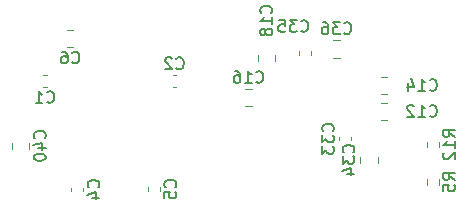
<source format=gbr>
%TF.GenerationSoftware,KiCad,Pcbnew,8.0.0*%
%TF.CreationDate,2024-03-06T15:24:16+01:00*%
%TF.ProjectId,EffectsPaddleBoard,45666665-6374-4735-9061-64646c65426f,rev?*%
%TF.SameCoordinates,Original*%
%TF.FileFunction,Legend,Bot*%
%TF.FilePolarity,Positive*%
%FSLAX46Y46*%
G04 Gerber Fmt 4.6, Leading zero omitted, Abs format (unit mm)*
G04 Created by KiCad (PCBNEW 8.0.0) date 2024-03-06 15:24:16*
%MOMM*%
%LPD*%
G01*
G04 APERTURE LIST*
%ADD10C,0.150000*%
%ADD11C,0.120000*%
G04 APERTURE END LIST*
D10*
X146939580Y-101457142D02*
X146987200Y-101409523D01*
X146987200Y-101409523D02*
X147034819Y-101266666D01*
X147034819Y-101266666D02*
X147034819Y-101171428D01*
X147034819Y-101171428D02*
X146987200Y-101028571D01*
X146987200Y-101028571D02*
X146891961Y-100933333D01*
X146891961Y-100933333D02*
X146796723Y-100885714D01*
X146796723Y-100885714D02*
X146606247Y-100838095D01*
X146606247Y-100838095D02*
X146463390Y-100838095D01*
X146463390Y-100838095D02*
X146272914Y-100885714D01*
X146272914Y-100885714D02*
X146177676Y-100933333D01*
X146177676Y-100933333D02*
X146082438Y-101028571D01*
X146082438Y-101028571D02*
X146034819Y-101171428D01*
X146034819Y-101171428D02*
X146034819Y-101266666D01*
X146034819Y-101266666D02*
X146082438Y-101409523D01*
X146082438Y-101409523D02*
X146130057Y-101457142D01*
X146368152Y-102314285D02*
X147034819Y-102314285D01*
X145987200Y-102076190D02*
X146701485Y-101838095D01*
X146701485Y-101838095D02*
X146701485Y-102457142D01*
X146034819Y-103028571D02*
X146034819Y-103123809D01*
X146034819Y-103123809D02*
X146082438Y-103219047D01*
X146082438Y-103219047D02*
X146130057Y-103266666D01*
X146130057Y-103266666D02*
X146225295Y-103314285D01*
X146225295Y-103314285D02*
X146415771Y-103361904D01*
X146415771Y-103361904D02*
X146653866Y-103361904D01*
X146653866Y-103361904D02*
X146844342Y-103314285D01*
X146844342Y-103314285D02*
X146939580Y-103266666D01*
X146939580Y-103266666D02*
X146987200Y-103219047D01*
X146987200Y-103219047D02*
X147034819Y-103123809D01*
X147034819Y-103123809D02*
X147034819Y-103028571D01*
X147034819Y-103028571D02*
X146987200Y-102933333D01*
X146987200Y-102933333D02*
X146939580Y-102885714D01*
X146939580Y-102885714D02*
X146844342Y-102838095D01*
X146844342Y-102838095D02*
X146653866Y-102790476D01*
X146653866Y-102790476D02*
X146415771Y-102790476D01*
X146415771Y-102790476D02*
X146225295Y-102838095D01*
X146225295Y-102838095D02*
X146130057Y-102885714D01*
X146130057Y-102885714D02*
X146082438Y-102933333D01*
X146082438Y-102933333D02*
X146034819Y-103028571D01*
X147141666Y-98389580D02*
X147189285Y-98437200D01*
X147189285Y-98437200D02*
X147332142Y-98484819D01*
X147332142Y-98484819D02*
X147427380Y-98484819D01*
X147427380Y-98484819D02*
X147570237Y-98437200D01*
X147570237Y-98437200D02*
X147665475Y-98341961D01*
X147665475Y-98341961D02*
X147713094Y-98246723D01*
X147713094Y-98246723D02*
X147760713Y-98056247D01*
X147760713Y-98056247D02*
X147760713Y-97913390D01*
X147760713Y-97913390D02*
X147713094Y-97722914D01*
X147713094Y-97722914D02*
X147665475Y-97627676D01*
X147665475Y-97627676D02*
X147570237Y-97532438D01*
X147570237Y-97532438D02*
X147427380Y-97484819D01*
X147427380Y-97484819D02*
X147332142Y-97484819D01*
X147332142Y-97484819D02*
X147189285Y-97532438D01*
X147189285Y-97532438D02*
X147141666Y-97580057D01*
X146189285Y-98484819D02*
X146760713Y-98484819D01*
X146474999Y-98484819D02*
X146474999Y-97484819D01*
X146474999Y-97484819D02*
X146570237Y-97627676D01*
X146570237Y-97627676D02*
X146665475Y-97722914D01*
X146665475Y-97722914D02*
X146760713Y-97770533D01*
X179542857Y-97359580D02*
X179590476Y-97407200D01*
X179590476Y-97407200D02*
X179733333Y-97454819D01*
X179733333Y-97454819D02*
X179828571Y-97454819D01*
X179828571Y-97454819D02*
X179971428Y-97407200D01*
X179971428Y-97407200D02*
X180066666Y-97311961D01*
X180066666Y-97311961D02*
X180114285Y-97216723D01*
X180114285Y-97216723D02*
X180161904Y-97026247D01*
X180161904Y-97026247D02*
X180161904Y-96883390D01*
X180161904Y-96883390D02*
X180114285Y-96692914D01*
X180114285Y-96692914D02*
X180066666Y-96597676D01*
X180066666Y-96597676D02*
X179971428Y-96502438D01*
X179971428Y-96502438D02*
X179828571Y-96454819D01*
X179828571Y-96454819D02*
X179733333Y-96454819D01*
X179733333Y-96454819D02*
X179590476Y-96502438D01*
X179590476Y-96502438D02*
X179542857Y-96550057D01*
X178590476Y-97454819D02*
X179161904Y-97454819D01*
X178876190Y-97454819D02*
X178876190Y-96454819D01*
X178876190Y-96454819D02*
X178971428Y-96597676D01*
X178971428Y-96597676D02*
X179066666Y-96692914D01*
X179066666Y-96692914D02*
X179161904Y-96740533D01*
X177733333Y-96788152D02*
X177733333Y-97454819D01*
X177971428Y-96407200D02*
X178209523Y-97121485D01*
X178209523Y-97121485D02*
X177590476Y-97121485D01*
X149266666Y-95039580D02*
X149314285Y-95087200D01*
X149314285Y-95087200D02*
X149457142Y-95134819D01*
X149457142Y-95134819D02*
X149552380Y-95134819D01*
X149552380Y-95134819D02*
X149695237Y-95087200D01*
X149695237Y-95087200D02*
X149790475Y-94991961D01*
X149790475Y-94991961D02*
X149838094Y-94896723D01*
X149838094Y-94896723D02*
X149885713Y-94706247D01*
X149885713Y-94706247D02*
X149885713Y-94563390D01*
X149885713Y-94563390D02*
X149838094Y-94372914D01*
X149838094Y-94372914D02*
X149790475Y-94277676D01*
X149790475Y-94277676D02*
X149695237Y-94182438D01*
X149695237Y-94182438D02*
X149552380Y-94134819D01*
X149552380Y-94134819D02*
X149457142Y-94134819D01*
X149457142Y-94134819D02*
X149314285Y-94182438D01*
X149314285Y-94182438D02*
X149266666Y-94230057D01*
X148409523Y-94134819D02*
X148599999Y-94134819D01*
X148599999Y-94134819D02*
X148695237Y-94182438D01*
X148695237Y-94182438D02*
X148742856Y-94230057D01*
X148742856Y-94230057D02*
X148838094Y-94372914D01*
X148838094Y-94372914D02*
X148885713Y-94563390D01*
X148885713Y-94563390D02*
X148885713Y-94944342D01*
X148885713Y-94944342D02*
X148838094Y-95039580D01*
X148838094Y-95039580D02*
X148790475Y-95087200D01*
X148790475Y-95087200D02*
X148695237Y-95134819D01*
X148695237Y-95134819D02*
X148504761Y-95134819D01*
X148504761Y-95134819D02*
X148409523Y-95087200D01*
X148409523Y-95087200D02*
X148361904Y-95039580D01*
X148361904Y-95039580D02*
X148314285Y-94944342D01*
X148314285Y-94944342D02*
X148314285Y-94706247D01*
X148314285Y-94706247D02*
X148361904Y-94611009D01*
X148361904Y-94611009D02*
X148409523Y-94563390D01*
X148409523Y-94563390D02*
X148504761Y-94515771D01*
X148504761Y-94515771D02*
X148695237Y-94515771D01*
X148695237Y-94515771D02*
X148790475Y-94563390D01*
X148790475Y-94563390D02*
X148838094Y-94611009D01*
X148838094Y-94611009D02*
X148885713Y-94706247D01*
X164842857Y-96679580D02*
X164890476Y-96727200D01*
X164890476Y-96727200D02*
X165033333Y-96774819D01*
X165033333Y-96774819D02*
X165128571Y-96774819D01*
X165128571Y-96774819D02*
X165271428Y-96727200D01*
X165271428Y-96727200D02*
X165366666Y-96631961D01*
X165366666Y-96631961D02*
X165414285Y-96536723D01*
X165414285Y-96536723D02*
X165461904Y-96346247D01*
X165461904Y-96346247D02*
X165461904Y-96203390D01*
X165461904Y-96203390D02*
X165414285Y-96012914D01*
X165414285Y-96012914D02*
X165366666Y-95917676D01*
X165366666Y-95917676D02*
X165271428Y-95822438D01*
X165271428Y-95822438D02*
X165128571Y-95774819D01*
X165128571Y-95774819D02*
X165033333Y-95774819D01*
X165033333Y-95774819D02*
X164890476Y-95822438D01*
X164890476Y-95822438D02*
X164842857Y-95870057D01*
X163890476Y-96774819D02*
X164461904Y-96774819D01*
X164176190Y-96774819D02*
X164176190Y-95774819D01*
X164176190Y-95774819D02*
X164271428Y-95917676D01*
X164271428Y-95917676D02*
X164366666Y-96012914D01*
X164366666Y-96012914D02*
X164461904Y-96060533D01*
X163033333Y-95774819D02*
X163223809Y-95774819D01*
X163223809Y-95774819D02*
X163319047Y-95822438D01*
X163319047Y-95822438D02*
X163366666Y-95870057D01*
X163366666Y-95870057D02*
X163461904Y-96012914D01*
X163461904Y-96012914D02*
X163509523Y-96203390D01*
X163509523Y-96203390D02*
X163509523Y-96584342D01*
X163509523Y-96584342D02*
X163461904Y-96679580D01*
X163461904Y-96679580D02*
X163414285Y-96727200D01*
X163414285Y-96727200D02*
X163319047Y-96774819D01*
X163319047Y-96774819D02*
X163128571Y-96774819D01*
X163128571Y-96774819D02*
X163033333Y-96727200D01*
X163033333Y-96727200D02*
X162985714Y-96679580D01*
X162985714Y-96679580D02*
X162938095Y-96584342D01*
X162938095Y-96584342D02*
X162938095Y-96346247D01*
X162938095Y-96346247D02*
X162985714Y-96251009D01*
X162985714Y-96251009D02*
X163033333Y-96203390D01*
X163033333Y-96203390D02*
X163128571Y-96155771D01*
X163128571Y-96155771D02*
X163319047Y-96155771D01*
X163319047Y-96155771D02*
X163414285Y-96203390D01*
X163414285Y-96203390D02*
X163461904Y-96251009D01*
X163461904Y-96251009D02*
X163509523Y-96346247D01*
X157989580Y-105608333D02*
X158037200Y-105560714D01*
X158037200Y-105560714D02*
X158084819Y-105417857D01*
X158084819Y-105417857D02*
X158084819Y-105322619D01*
X158084819Y-105322619D02*
X158037200Y-105179762D01*
X158037200Y-105179762D02*
X157941961Y-105084524D01*
X157941961Y-105084524D02*
X157846723Y-105036905D01*
X157846723Y-105036905D02*
X157656247Y-104989286D01*
X157656247Y-104989286D02*
X157513390Y-104989286D01*
X157513390Y-104989286D02*
X157322914Y-105036905D01*
X157322914Y-105036905D02*
X157227676Y-105084524D01*
X157227676Y-105084524D02*
X157132438Y-105179762D01*
X157132438Y-105179762D02*
X157084819Y-105322619D01*
X157084819Y-105322619D02*
X157084819Y-105417857D01*
X157084819Y-105417857D02*
X157132438Y-105560714D01*
X157132438Y-105560714D02*
X157180057Y-105608333D01*
X157084819Y-106513095D02*
X157084819Y-106036905D01*
X157084819Y-106036905D02*
X157561009Y-105989286D01*
X157561009Y-105989286D02*
X157513390Y-106036905D01*
X157513390Y-106036905D02*
X157465771Y-106132143D01*
X157465771Y-106132143D02*
X157465771Y-106370238D01*
X157465771Y-106370238D02*
X157513390Y-106465476D01*
X157513390Y-106465476D02*
X157561009Y-106513095D01*
X157561009Y-106513095D02*
X157656247Y-106560714D01*
X157656247Y-106560714D02*
X157894342Y-106560714D01*
X157894342Y-106560714D02*
X157989580Y-106513095D01*
X157989580Y-106513095D02*
X158037200Y-106465476D01*
X158037200Y-106465476D02*
X158084819Y-106370238D01*
X158084819Y-106370238D02*
X158084819Y-106132143D01*
X158084819Y-106132143D02*
X158037200Y-106036905D01*
X158037200Y-106036905D02*
X157989580Y-105989286D01*
X173079580Y-102657142D02*
X173127200Y-102609523D01*
X173127200Y-102609523D02*
X173174819Y-102466666D01*
X173174819Y-102466666D02*
X173174819Y-102371428D01*
X173174819Y-102371428D02*
X173127200Y-102228571D01*
X173127200Y-102228571D02*
X173031961Y-102133333D01*
X173031961Y-102133333D02*
X172936723Y-102085714D01*
X172936723Y-102085714D02*
X172746247Y-102038095D01*
X172746247Y-102038095D02*
X172603390Y-102038095D01*
X172603390Y-102038095D02*
X172412914Y-102085714D01*
X172412914Y-102085714D02*
X172317676Y-102133333D01*
X172317676Y-102133333D02*
X172222438Y-102228571D01*
X172222438Y-102228571D02*
X172174819Y-102371428D01*
X172174819Y-102371428D02*
X172174819Y-102466666D01*
X172174819Y-102466666D02*
X172222438Y-102609523D01*
X172222438Y-102609523D02*
X172270057Y-102657142D01*
X172174819Y-102990476D02*
X172174819Y-103609523D01*
X172174819Y-103609523D02*
X172555771Y-103276190D01*
X172555771Y-103276190D02*
X172555771Y-103419047D01*
X172555771Y-103419047D02*
X172603390Y-103514285D01*
X172603390Y-103514285D02*
X172651009Y-103561904D01*
X172651009Y-103561904D02*
X172746247Y-103609523D01*
X172746247Y-103609523D02*
X172984342Y-103609523D01*
X172984342Y-103609523D02*
X173079580Y-103561904D01*
X173079580Y-103561904D02*
X173127200Y-103514285D01*
X173127200Y-103514285D02*
X173174819Y-103419047D01*
X173174819Y-103419047D02*
X173174819Y-103133333D01*
X173174819Y-103133333D02*
X173127200Y-103038095D01*
X173127200Y-103038095D02*
X173079580Y-102990476D01*
X172508152Y-104466666D02*
X173174819Y-104466666D01*
X172127200Y-104228571D02*
X172841485Y-103990476D01*
X172841485Y-103990476D02*
X172841485Y-104609523D01*
X172292857Y-92559580D02*
X172340476Y-92607200D01*
X172340476Y-92607200D02*
X172483333Y-92654819D01*
X172483333Y-92654819D02*
X172578571Y-92654819D01*
X172578571Y-92654819D02*
X172721428Y-92607200D01*
X172721428Y-92607200D02*
X172816666Y-92511961D01*
X172816666Y-92511961D02*
X172864285Y-92416723D01*
X172864285Y-92416723D02*
X172911904Y-92226247D01*
X172911904Y-92226247D02*
X172911904Y-92083390D01*
X172911904Y-92083390D02*
X172864285Y-91892914D01*
X172864285Y-91892914D02*
X172816666Y-91797676D01*
X172816666Y-91797676D02*
X172721428Y-91702438D01*
X172721428Y-91702438D02*
X172578571Y-91654819D01*
X172578571Y-91654819D02*
X172483333Y-91654819D01*
X172483333Y-91654819D02*
X172340476Y-91702438D01*
X172340476Y-91702438D02*
X172292857Y-91750057D01*
X171959523Y-91654819D02*
X171340476Y-91654819D01*
X171340476Y-91654819D02*
X171673809Y-92035771D01*
X171673809Y-92035771D02*
X171530952Y-92035771D01*
X171530952Y-92035771D02*
X171435714Y-92083390D01*
X171435714Y-92083390D02*
X171388095Y-92131009D01*
X171388095Y-92131009D02*
X171340476Y-92226247D01*
X171340476Y-92226247D02*
X171340476Y-92464342D01*
X171340476Y-92464342D02*
X171388095Y-92559580D01*
X171388095Y-92559580D02*
X171435714Y-92607200D01*
X171435714Y-92607200D02*
X171530952Y-92654819D01*
X171530952Y-92654819D02*
X171816666Y-92654819D01*
X171816666Y-92654819D02*
X171911904Y-92607200D01*
X171911904Y-92607200D02*
X171959523Y-92559580D01*
X170483333Y-91654819D02*
X170673809Y-91654819D01*
X170673809Y-91654819D02*
X170769047Y-91702438D01*
X170769047Y-91702438D02*
X170816666Y-91750057D01*
X170816666Y-91750057D02*
X170911904Y-91892914D01*
X170911904Y-91892914D02*
X170959523Y-92083390D01*
X170959523Y-92083390D02*
X170959523Y-92464342D01*
X170959523Y-92464342D02*
X170911904Y-92559580D01*
X170911904Y-92559580D02*
X170864285Y-92607200D01*
X170864285Y-92607200D02*
X170769047Y-92654819D01*
X170769047Y-92654819D02*
X170578571Y-92654819D01*
X170578571Y-92654819D02*
X170483333Y-92607200D01*
X170483333Y-92607200D02*
X170435714Y-92559580D01*
X170435714Y-92559580D02*
X170388095Y-92464342D01*
X170388095Y-92464342D02*
X170388095Y-92226247D01*
X170388095Y-92226247D02*
X170435714Y-92131009D01*
X170435714Y-92131009D02*
X170483333Y-92083390D01*
X170483333Y-92083390D02*
X170578571Y-92035771D01*
X170578571Y-92035771D02*
X170769047Y-92035771D01*
X170769047Y-92035771D02*
X170864285Y-92083390D01*
X170864285Y-92083390D02*
X170911904Y-92131009D01*
X170911904Y-92131009D02*
X170959523Y-92226247D01*
X166109580Y-90857142D02*
X166157200Y-90809523D01*
X166157200Y-90809523D02*
X166204819Y-90666666D01*
X166204819Y-90666666D02*
X166204819Y-90571428D01*
X166204819Y-90571428D02*
X166157200Y-90428571D01*
X166157200Y-90428571D02*
X166061961Y-90333333D01*
X166061961Y-90333333D02*
X165966723Y-90285714D01*
X165966723Y-90285714D02*
X165776247Y-90238095D01*
X165776247Y-90238095D02*
X165633390Y-90238095D01*
X165633390Y-90238095D02*
X165442914Y-90285714D01*
X165442914Y-90285714D02*
X165347676Y-90333333D01*
X165347676Y-90333333D02*
X165252438Y-90428571D01*
X165252438Y-90428571D02*
X165204819Y-90571428D01*
X165204819Y-90571428D02*
X165204819Y-90666666D01*
X165204819Y-90666666D02*
X165252438Y-90809523D01*
X165252438Y-90809523D02*
X165300057Y-90857142D01*
X166204819Y-91809523D02*
X166204819Y-91238095D01*
X166204819Y-91523809D02*
X165204819Y-91523809D01*
X165204819Y-91523809D02*
X165347676Y-91428571D01*
X165347676Y-91428571D02*
X165442914Y-91333333D01*
X165442914Y-91333333D02*
X165490533Y-91238095D01*
X165633390Y-92380952D02*
X165585771Y-92285714D01*
X165585771Y-92285714D02*
X165538152Y-92238095D01*
X165538152Y-92238095D02*
X165442914Y-92190476D01*
X165442914Y-92190476D02*
X165395295Y-92190476D01*
X165395295Y-92190476D02*
X165300057Y-92238095D01*
X165300057Y-92238095D02*
X165252438Y-92285714D01*
X165252438Y-92285714D02*
X165204819Y-92380952D01*
X165204819Y-92380952D02*
X165204819Y-92571428D01*
X165204819Y-92571428D02*
X165252438Y-92666666D01*
X165252438Y-92666666D02*
X165300057Y-92714285D01*
X165300057Y-92714285D02*
X165395295Y-92761904D01*
X165395295Y-92761904D02*
X165442914Y-92761904D01*
X165442914Y-92761904D02*
X165538152Y-92714285D01*
X165538152Y-92714285D02*
X165585771Y-92666666D01*
X165585771Y-92666666D02*
X165633390Y-92571428D01*
X165633390Y-92571428D02*
X165633390Y-92380952D01*
X165633390Y-92380952D02*
X165681009Y-92285714D01*
X165681009Y-92285714D02*
X165728628Y-92238095D01*
X165728628Y-92238095D02*
X165823866Y-92190476D01*
X165823866Y-92190476D02*
X166014342Y-92190476D01*
X166014342Y-92190476D02*
X166109580Y-92238095D01*
X166109580Y-92238095D02*
X166157200Y-92285714D01*
X166157200Y-92285714D02*
X166204819Y-92380952D01*
X166204819Y-92380952D02*
X166204819Y-92571428D01*
X166204819Y-92571428D02*
X166157200Y-92666666D01*
X166157200Y-92666666D02*
X166109580Y-92714285D01*
X166109580Y-92714285D02*
X166014342Y-92761904D01*
X166014342Y-92761904D02*
X165823866Y-92761904D01*
X165823866Y-92761904D02*
X165728628Y-92714285D01*
X165728628Y-92714285D02*
X165681009Y-92666666D01*
X165681009Y-92666666D02*
X165633390Y-92571428D01*
X151489580Y-105633333D02*
X151537200Y-105585714D01*
X151537200Y-105585714D02*
X151584819Y-105442857D01*
X151584819Y-105442857D02*
X151584819Y-105347619D01*
X151584819Y-105347619D02*
X151537200Y-105204762D01*
X151537200Y-105204762D02*
X151441961Y-105109524D01*
X151441961Y-105109524D02*
X151346723Y-105061905D01*
X151346723Y-105061905D02*
X151156247Y-105014286D01*
X151156247Y-105014286D02*
X151013390Y-105014286D01*
X151013390Y-105014286D02*
X150822914Y-105061905D01*
X150822914Y-105061905D02*
X150727676Y-105109524D01*
X150727676Y-105109524D02*
X150632438Y-105204762D01*
X150632438Y-105204762D02*
X150584819Y-105347619D01*
X150584819Y-105347619D02*
X150584819Y-105442857D01*
X150584819Y-105442857D02*
X150632438Y-105585714D01*
X150632438Y-105585714D02*
X150680057Y-105633333D01*
X150918152Y-106490476D02*
X151584819Y-106490476D01*
X150537200Y-106252381D02*
X151251485Y-106014286D01*
X151251485Y-106014286D02*
X151251485Y-106633333D01*
X171329580Y-100877142D02*
X171377200Y-100829523D01*
X171377200Y-100829523D02*
X171424819Y-100686666D01*
X171424819Y-100686666D02*
X171424819Y-100591428D01*
X171424819Y-100591428D02*
X171377200Y-100448571D01*
X171377200Y-100448571D02*
X171281961Y-100353333D01*
X171281961Y-100353333D02*
X171186723Y-100305714D01*
X171186723Y-100305714D02*
X170996247Y-100258095D01*
X170996247Y-100258095D02*
X170853390Y-100258095D01*
X170853390Y-100258095D02*
X170662914Y-100305714D01*
X170662914Y-100305714D02*
X170567676Y-100353333D01*
X170567676Y-100353333D02*
X170472438Y-100448571D01*
X170472438Y-100448571D02*
X170424819Y-100591428D01*
X170424819Y-100591428D02*
X170424819Y-100686666D01*
X170424819Y-100686666D02*
X170472438Y-100829523D01*
X170472438Y-100829523D02*
X170520057Y-100877142D01*
X170424819Y-101210476D02*
X170424819Y-101829523D01*
X170424819Y-101829523D02*
X170805771Y-101496190D01*
X170805771Y-101496190D02*
X170805771Y-101639047D01*
X170805771Y-101639047D02*
X170853390Y-101734285D01*
X170853390Y-101734285D02*
X170901009Y-101781904D01*
X170901009Y-101781904D02*
X170996247Y-101829523D01*
X170996247Y-101829523D02*
X171234342Y-101829523D01*
X171234342Y-101829523D02*
X171329580Y-101781904D01*
X171329580Y-101781904D02*
X171377200Y-101734285D01*
X171377200Y-101734285D02*
X171424819Y-101639047D01*
X171424819Y-101639047D02*
X171424819Y-101353333D01*
X171424819Y-101353333D02*
X171377200Y-101258095D01*
X171377200Y-101258095D02*
X171329580Y-101210476D01*
X170424819Y-102162857D02*
X170424819Y-102781904D01*
X170424819Y-102781904D02*
X170805771Y-102448571D01*
X170805771Y-102448571D02*
X170805771Y-102591428D01*
X170805771Y-102591428D02*
X170853390Y-102686666D01*
X170853390Y-102686666D02*
X170901009Y-102734285D01*
X170901009Y-102734285D02*
X170996247Y-102781904D01*
X170996247Y-102781904D02*
X171234342Y-102781904D01*
X171234342Y-102781904D02*
X171329580Y-102734285D01*
X171329580Y-102734285D02*
X171377200Y-102686666D01*
X171377200Y-102686666D02*
X171424819Y-102591428D01*
X171424819Y-102591428D02*
X171424819Y-102305714D01*
X171424819Y-102305714D02*
X171377200Y-102210476D01*
X171377200Y-102210476D02*
X171329580Y-102162857D01*
X168642857Y-92359580D02*
X168690476Y-92407200D01*
X168690476Y-92407200D02*
X168833333Y-92454819D01*
X168833333Y-92454819D02*
X168928571Y-92454819D01*
X168928571Y-92454819D02*
X169071428Y-92407200D01*
X169071428Y-92407200D02*
X169166666Y-92311961D01*
X169166666Y-92311961D02*
X169214285Y-92216723D01*
X169214285Y-92216723D02*
X169261904Y-92026247D01*
X169261904Y-92026247D02*
X169261904Y-91883390D01*
X169261904Y-91883390D02*
X169214285Y-91692914D01*
X169214285Y-91692914D02*
X169166666Y-91597676D01*
X169166666Y-91597676D02*
X169071428Y-91502438D01*
X169071428Y-91502438D02*
X168928571Y-91454819D01*
X168928571Y-91454819D02*
X168833333Y-91454819D01*
X168833333Y-91454819D02*
X168690476Y-91502438D01*
X168690476Y-91502438D02*
X168642857Y-91550057D01*
X168309523Y-91454819D02*
X167690476Y-91454819D01*
X167690476Y-91454819D02*
X168023809Y-91835771D01*
X168023809Y-91835771D02*
X167880952Y-91835771D01*
X167880952Y-91835771D02*
X167785714Y-91883390D01*
X167785714Y-91883390D02*
X167738095Y-91931009D01*
X167738095Y-91931009D02*
X167690476Y-92026247D01*
X167690476Y-92026247D02*
X167690476Y-92264342D01*
X167690476Y-92264342D02*
X167738095Y-92359580D01*
X167738095Y-92359580D02*
X167785714Y-92407200D01*
X167785714Y-92407200D02*
X167880952Y-92454819D01*
X167880952Y-92454819D02*
X168166666Y-92454819D01*
X168166666Y-92454819D02*
X168261904Y-92407200D01*
X168261904Y-92407200D02*
X168309523Y-92359580D01*
X166785714Y-91454819D02*
X167261904Y-91454819D01*
X167261904Y-91454819D02*
X167309523Y-91931009D01*
X167309523Y-91931009D02*
X167261904Y-91883390D01*
X167261904Y-91883390D02*
X167166666Y-91835771D01*
X167166666Y-91835771D02*
X166928571Y-91835771D01*
X166928571Y-91835771D02*
X166833333Y-91883390D01*
X166833333Y-91883390D02*
X166785714Y-91931009D01*
X166785714Y-91931009D02*
X166738095Y-92026247D01*
X166738095Y-92026247D02*
X166738095Y-92264342D01*
X166738095Y-92264342D02*
X166785714Y-92359580D01*
X166785714Y-92359580D02*
X166833333Y-92407200D01*
X166833333Y-92407200D02*
X166928571Y-92454819D01*
X166928571Y-92454819D02*
X167166666Y-92454819D01*
X167166666Y-92454819D02*
X167261904Y-92407200D01*
X167261904Y-92407200D02*
X167309523Y-92359580D01*
X158091666Y-95529580D02*
X158139285Y-95577200D01*
X158139285Y-95577200D02*
X158282142Y-95624819D01*
X158282142Y-95624819D02*
X158377380Y-95624819D01*
X158377380Y-95624819D02*
X158520237Y-95577200D01*
X158520237Y-95577200D02*
X158615475Y-95481961D01*
X158615475Y-95481961D02*
X158663094Y-95386723D01*
X158663094Y-95386723D02*
X158710713Y-95196247D01*
X158710713Y-95196247D02*
X158710713Y-95053390D01*
X158710713Y-95053390D02*
X158663094Y-94862914D01*
X158663094Y-94862914D02*
X158615475Y-94767676D01*
X158615475Y-94767676D02*
X158520237Y-94672438D01*
X158520237Y-94672438D02*
X158377380Y-94624819D01*
X158377380Y-94624819D02*
X158282142Y-94624819D01*
X158282142Y-94624819D02*
X158139285Y-94672438D01*
X158139285Y-94672438D02*
X158091666Y-94720057D01*
X157710713Y-94720057D02*
X157663094Y-94672438D01*
X157663094Y-94672438D02*
X157567856Y-94624819D01*
X157567856Y-94624819D02*
X157329761Y-94624819D01*
X157329761Y-94624819D02*
X157234523Y-94672438D01*
X157234523Y-94672438D02*
X157186904Y-94720057D01*
X157186904Y-94720057D02*
X157139285Y-94815295D01*
X157139285Y-94815295D02*
X157139285Y-94910533D01*
X157139285Y-94910533D02*
X157186904Y-95053390D01*
X157186904Y-95053390D02*
X157758332Y-95624819D01*
X157758332Y-95624819D02*
X157139285Y-95624819D01*
X181684819Y-101357142D02*
X181208628Y-101023809D01*
X181684819Y-100785714D02*
X180684819Y-100785714D01*
X180684819Y-100785714D02*
X180684819Y-101166666D01*
X180684819Y-101166666D02*
X180732438Y-101261904D01*
X180732438Y-101261904D02*
X180780057Y-101309523D01*
X180780057Y-101309523D02*
X180875295Y-101357142D01*
X180875295Y-101357142D02*
X181018152Y-101357142D01*
X181018152Y-101357142D02*
X181113390Y-101309523D01*
X181113390Y-101309523D02*
X181161009Y-101261904D01*
X181161009Y-101261904D02*
X181208628Y-101166666D01*
X181208628Y-101166666D02*
X181208628Y-100785714D01*
X181684819Y-102309523D02*
X181684819Y-101738095D01*
X181684819Y-102023809D02*
X180684819Y-102023809D01*
X180684819Y-102023809D02*
X180827676Y-101928571D01*
X180827676Y-101928571D02*
X180922914Y-101833333D01*
X180922914Y-101833333D02*
X180970533Y-101738095D01*
X180780057Y-102690476D02*
X180732438Y-102738095D01*
X180732438Y-102738095D02*
X180684819Y-102833333D01*
X180684819Y-102833333D02*
X180684819Y-103071428D01*
X180684819Y-103071428D02*
X180732438Y-103166666D01*
X180732438Y-103166666D02*
X180780057Y-103214285D01*
X180780057Y-103214285D02*
X180875295Y-103261904D01*
X180875295Y-103261904D02*
X180970533Y-103261904D01*
X180970533Y-103261904D02*
X181113390Y-103214285D01*
X181113390Y-103214285D02*
X181684819Y-102642857D01*
X181684819Y-102642857D02*
X181684819Y-103261904D01*
X181684819Y-105008333D02*
X181208628Y-104675000D01*
X181684819Y-104436905D02*
X180684819Y-104436905D01*
X180684819Y-104436905D02*
X180684819Y-104817857D01*
X180684819Y-104817857D02*
X180732438Y-104913095D01*
X180732438Y-104913095D02*
X180780057Y-104960714D01*
X180780057Y-104960714D02*
X180875295Y-105008333D01*
X180875295Y-105008333D02*
X181018152Y-105008333D01*
X181018152Y-105008333D02*
X181113390Y-104960714D01*
X181113390Y-104960714D02*
X181161009Y-104913095D01*
X181161009Y-104913095D02*
X181208628Y-104817857D01*
X181208628Y-104817857D02*
X181208628Y-104436905D01*
X180684819Y-105913095D02*
X180684819Y-105436905D01*
X180684819Y-105436905D02*
X181161009Y-105389286D01*
X181161009Y-105389286D02*
X181113390Y-105436905D01*
X181113390Y-105436905D02*
X181065771Y-105532143D01*
X181065771Y-105532143D02*
X181065771Y-105770238D01*
X181065771Y-105770238D02*
X181113390Y-105865476D01*
X181113390Y-105865476D02*
X181161009Y-105913095D01*
X181161009Y-105913095D02*
X181256247Y-105960714D01*
X181256247Y-105960714D02*
X181494342Y-105960714D01*
X181494342Y-105960714D02*
X181589580Y-105913095D01*
X181589580Y-105913095D02*
X181637200Y-105865476D01*
X181637200Y-105865476D02*
X181684819Y-105770238D01*
X181684819Y-105770238D02*
X181684819Y-105532143D01*
X181684819Y-105532143D02*
X181637200Y-105436905D01*
X181637200Y-105436905D02*
X181589580Y-105389286D01*
X179542857Y-99559580D02*
X179590476Y-99607200D01*
X179590476Y-99607200D02*
X179733333Y-99654819D01*
X179733333Y-99654819D02*
X179828571Y-99654819D01*
X179828571Y-99654819D02*
X179971428Y-99607200D01*
X179971428Y-99607200D02*
X180066666Y-99511961D01*
X180066666Y-99511961D02*
X180114285Y-99416723D01*
X180114285Y-99416723D02*
X180161904Y-99226247D01*
X180161904Y-99226247D02*
X180161904Y-99083390D01*
X180161904Y-99083390D02*
X180114285Y-98892914D01*
X180114285Y-98892914D02*
X180066666Y-98797676D01*
X180066666Y-98797676D02*
X179971428Y-98702438D01*
X179971428Y-98702438D02*
X179828571Y-98654819D01*
X179828571Y-98654819D02*
X179733333Y-98654819D01*
X179733333Y-98654819D02*
X179590476Y-98702438D01*
X179590476Y-98702438D02*
X179542857Y-98750057D01*
X178590476Y-99654819D02*
X179161904Y-99654819D01*
X178876190Y-99654819D02*
X178876190Y-98654819D01*
X178876190Y-98654819D02*
X178971428Y-98797676D01*
X178971428Y-98797676D02*
X179066666Y-98892914D01*
X179066666Y-98892914D02*
X179161904Y-98940533D01*
X178209523Y-98750057D02*
X178161904Y-98702438D01*
X178161904Y-98702438D02*
X178066666Y-98654819D01*
X178066666Y-98654819D02*
X177828571Y-98654819D01*
X177828571Y-98654819D02*
X177733333Y-98702438D01*
X177733333Y-98702438D02*
X177685714Y-98750057D01*
X177685714Y-98750057D02*
X177638095Y-98845295D01*
X177638095Y-98845295D02*
X177638095Y-98940533D01*
X177638095Y-98940533D02*
X177685714Y-99083390D01*
X177685714Y-99083390D02*
X178257142Y-99654819D01*
X178257142Y-99654819D02*
X177638095Y-99654819D01*
D11*
%TO.C,C40*%
X144165000Y-102361252D02*
X144165000Y-101838748D01*
X145635000Y-102361252D02*
X145635000Y-101838748D01*
%TO.C,C1*%
X146834420Y-96090000D02*
X147115580Y-96090000D01*
X146834420Y-97110000D02*
X147115580Y-97110000D01*
%TO.C,C14*%
X175388748Y-96265000D02*
X175911252Y-96265000D01*
X175388748Y-97735000D02*
X175911252Y-97735000D01*
%TO.C,C6*%
X148838748Y-92265000D02*
X149361252Y-92265000D01*
X148838748Y-93735000D02*
X149361252Y-93735000D01*
%TO.C,C16*%
X164461252Y-97265000D02*
X163938748Y-97265000D01*
X164461252Y-98735000D02*
X163938748Y-98735000D01*
%TO.C,C5*%
X155690000Y-105915580D02*
X155690000Y-105634420D01*
X156710000Y-105915580D02*
X156710000Y-105634420D01*
%TO.C,C34*%
X173665000Y-103038748D02*
X173665000Y-103561252D01*
X175135000Y-103038748D02*
X175135000Y-103561252D01*
%TO.C,C36*%
X171388748Y-93165000D02*
X171911252Y-93165000D01*
X171388748Y-94635000D02*
X171911252Y-94635000D01*
%TO.C,C18*%
X165015000Y-94961252D02*
X165015000Y-94438748D01*
X166485000Y-94961252D02*
X166485000Y-94438748D01*
%TO.C,C4*%
X149190000Y-105940580D02*
X149190000Y-105659420D01*
X150210000Y-105940580D02*
X150210000Y-105659420D01*
%TO.C,C33*%
X171890000Y-101379420D02*
X171890000Y-101660580D01*
X172910000Y-101379420D02*
X172910000Y-101660580D01*
%TO.C,C35*%
X168490000Y-94390580D02*
X168490000Y-94109420D01*
X169510000Y-94390580D02*
X169510000Y-94109420D01*
%TO.C,C2*%
X158065580Y-96090000D02*
X157784420Y-96090000D01*
X158065580Y-97110000D02*
X157784420Y-97110000D01*
%TO.C,R12*%
X179277500Y-102237258D02*
X179277500Y-101762742D01*
X180322500Y-102237258D02*
X180322500Y-101762742D01*
%TO.C,R5*%
X179277500Y-105412258D02*
X179277500Y-104937742D01*
X180322500Y-105412258D02*
X180322500Y-104937742D01*
%TO.C,C12*%
X175388748Y-98465000D02*
X175911252Y-98465000D01*
X175388748Y-99935000D02*
X175911252Y-99935000D01*
%TD*%
M02*

</source>
